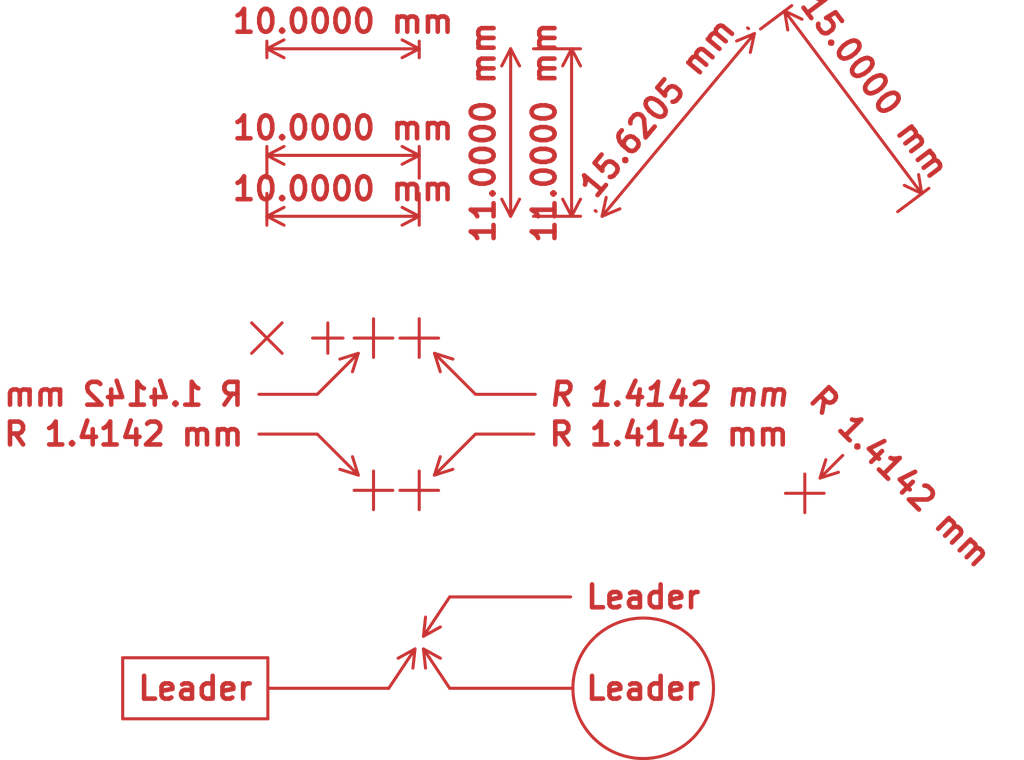
<source format=kicad_pcb>
(kicad_pcb (version 20221018) (generator pcbnew)

  (general
    (thickness 1.6)
  )

  (paper "A4")
  (layers
    (0 "F.Cu" signal)
    (31 "B.Cu" signal)
    (32 "B.Adhes" user "B.Adhesive")
    (33 "F.Adhes" user "F.Adhesive")
    (34 "B.Paste" user)
    (35 "F.Paste" user)
    (36 "B.SilkS" user "B.Silkscreen")
    (37 "F.SilkS" user "F.Silkscreen")
    (38 "B.Mask" user)
    (39 "F.Mask" user)
    (40 "Dwgs.User" user "User.Drawings")
    (41 "Cmts.User" user "User.Comments")
    (42 "Eco1.User" user "User.Eco1")
    (43 "Eco2.User" user "User.Eco2")
    (44 "Edge.Cuts" user)
    (45 "Margin" user)
    (46 "B.CrtYd" user "B.Courtyard")
    (47 "F.CrtYd" user "F.Courtyard")
    (48 "B.Fab" user)
    (49 "F.Fab" user)
    (50 "User.1" user)
    (51 "User.2" user)
    (52 "User.3" user)
    (53 "User.4" user)
    (54 "User.5" user)
    (55 "User.6" user)
    (56 "User.7" user)
    (57 "User.8" user)
    (58 "User.9" user)
  )

  (setup
    (pad_to_mask_clearance 0)
    (grid_origin -50.8 -25.4)
    (pcbplotparams
      (layerselection 0x00010fc_ffffffff)
      (plot_on_all_layers_selection 0x0000000_00000000)
      (disableapertmacros false)
      (usegerberextensions false)
      (usegerberattributes true)
      (usegerberadvancedattributes true)
      (creategerberjobfile true)
      (dashed_line_dash_ratio 12.000000)
      (dashed_line_gap_ratio 3.000000)
      (svgprecision 4)
      (plotframeref false)
      (viasonmask false)
      (mode 1)
      (useauxorigin false)
      (hpglpennumber 1)
      (hpglpenspeed 20)
      (hpglpendiameter 15.000000)
      (dxfpolygonmode true)
      (dxfimperialunits true)
      (dxfusepcbnewfont true)
      (psnegative false)
      (psa4output false)
      (plotreference true)
      (plotvalue true)
      (plotinvisibletext false)
      (sketchpadsonfab false)
      (subtractmaskfromsilk false)
      (outputformat 1)
      (mirror false)
      (drillshape 1)
      (scaleselection 1)
      (outputdirectory "")
    )
  )

  (net 0 "")

  (dimension (type aligned) (layer "F.Cu") (tstamp c156dbd6-d7e2-47d1-9ff9-7f79d79231ad)
    (pts (xy -18.8 -25.4) (xy -9.8 -13.4))
    (height -2.476476)
    (gr_text "15.0000 mm" (at -10.878819 -21.965886 306.8698976) (layer "F.Cu") (tstamp c156dbd6-d7e2-47d1-9ff9-7f79d79231ad)
      (effects (font (size 1.5 1.5) (thickness 0.3)))
    )
    (format (prefix "") (suffix "") (units 3) (units_format 1) (precision 4))
    (style (thickness 0.2) (arrow_length 1.27) (text_position_mode 0) (extension_height 0.58642) (extension_offset 0.5) keep_text_aligned)
  )
  (dimension (type aligned) (layer "F.Cu") (tstamp d3c5d129-d223-43a9-bff6-2e5a70dc933d)
    (pts (xy -28.8 -13.4) (xy -18.8 -25.4))
    (height 0)
    (gr_text "15.6205 mm" (at -25.182798 -20.552332 50.19442891) (layer "F.Cu") (tstamp d3c5d129-d223-43a9-bff6-2e5a70dc933d)
      (effects (font (size 1.5 1.5) (thickness 0.3)))
    )
    (format (prefix "") (suffix "") (units 3) (units_format 1) (precision 4))
    (style (thickness 0.2) (arrow_length 1.27) (text_position_mode 0) (extension_height 0.58642) (extension_offset 0.5) keep_text_aligned)
  )
  (dimension (type leader) (layer "F.Cu") (tstamp 2b1045c3-62c5-4391-b8dc-62baf3e8e8d4)
    (pts (xy -40.8 14.6) (xy -42.8 17.6))
    (gr_text "Leader" (at -55.5 17.6) (layer "F.Cu") (tstamp 2b1045c3-62c5-4391-b8dc-62baf3e8e8d4)
      (effects (font (size 1.5 1.5) (thickness 0.3)))
    )
    (format (prefix "") (suffix "") (units 0) (units_format 0) (precision 4) (override_value "Leader"))
    (style (thickness 0.2) (arrow_length 1.27) (text_position_mode 0) (text_frame 1) (extension_offset 0.5))
  )
  (dimension (type leader) (layer "F.Cu") (tstamp 3ad52ecb-6b9e-4e29-a284-6566a3a772eb)
    (pts (xy -40.8 14.6) (xy -38.8 11.6))
    (gr_text "Leader" (at -26.1 11.6) (layer "F.Cu") (tstamp 3ad52ecb-6b9e-4e29-a284-6566a3a772eb)
      (effects (font (size 1.5 1.5) (thickness 0.3)))
    )
    (format (prefix "") (suffix "") (units 0) (units_format 0) (precision 4) (override_value "Leader"))
    (style (thickness 0.2) (arrow_length 1.27) (text_position_mode 0) (text_frame 0) (extension_offset 0.5))
  )
  (dimension (type leader) (layer "F.Cu") (tstamp 5fb28d6a-3f16-4471-a867-db3cb8a69060)
    (pts (xy -40.8 14.6) (xy -38.8 17.6))
    (gr_text "Leader" (at -26.1 17.6) (layer "F.Cu") (tstamp 5fb28d6a-3f16-4471-a867-db3cb8a69060)
      (effects (font (size 1.5 1.5) (thickness 0.3)))
    )
    (format (prefix "") (suffix "") (units 0) (units_format 0) (precision 4) (override_value "Leader"))
    (style (thickness 0.2) (arrow_length 1.27) (text_position_mode 0) (text_frame 2) (extension_offset 0.5))
  )
  (dimension (type center) (layer "F.Cu") (tstamp 60b574e0-21c0-49fe-8023-c69bc6a01e65)
    (pts (xy -50.8 -5.4) (xy -49.8 -4.4))
    (style (thickness 0.2) (arrow_length 1.27) (text_position_mode 0) (extension_offset 0.5) keep_text_aligned)
  )
  (dimension (type center) (layer "F.Cu") (tstamp f8b20edf-172a-485e-86c7-6b0b2f934cae)
    (pts (xy -46.8 -5.4) (xy -45.8 -5.4))
    (style (thickness 0.2) (arrow_length 1.27) (text_position_mode 0) (extension_offset 0.5) keep_text_aligned)
  )
  (dimension (type radial) (layer "F.Cu") (tstamp 18c67535-202a-4a23-a1c4-92acc7a14565)
    (pts (xy -40.8 -5.4) (xy -39.8 -4.4))
    (leader_length 3.81)
    (gr_text "R 1.4142 mm" (at -24.405923 -1.705923) (layer "F.Cu") (tstamp 18c67535-202a-4a23-a1c4-92acc7a14565)
      (effects (font (size 1.5 1.5) (thickness 0.3) bold italic))
    )
    (format (prefix "R ") (suffix "") (units 3) (units_format 1) (precision 4))
    (style (thickness 0.2) (arrow_length 1.27) (text_position_mode 0) (extension_offset 0.5) keep_text_aligned)
  )
  (dimension (type radial) (layer "F.Cu") (tstamp 2e80db8a-42f9-4f19-ad7e-2c460aecd169)
    (pts (xy -15.494077 4.794077) (xy -14.494077 3.794077))
    (leader_length 3.81)
    (gr_text "R 1.4142 mm" (at -9.213445 3.686555 315) (layer "F.Cu") (tstamp 2e80db8a-42f9-4f19-ad7e-2c460aecd169)
      (effects (font (size 1.5 1.5) (thickness 0.3) bold))
    )
    (format (prefix "R ") (suffix "") (units 3) (units_format 1) (precision 4))
    (style (thickness 0.2) (arrow_length 1.27) (text_position_mode 0) (extension_offset 0.5) keep_text_aligned)
  )
  (dimension (type radial) (layer "F.Cu") (tstamp 3129e781-896a-4671-a2af-a4d30827e91b)
    (pts (xy -43.8 -5.4) (xy -44.8 -4.4))
    (leader_length 3.81)
    (gr_text "R 1.4142 mm" (at -60.194077 -1.705923) (layer "F.Cu") (tstamp 3129e781-896a-4671-a2af-a4d30827e91b)
      (effects (font (size 1.5 1.5) (thickness 0.3)) (justify mirror))
    )
    (format (prefix "R ") (suffix "") (units 3) (units_format 1) (precision 4))
    (style (thickness 0.2) (arrow_length 1.27) (text_position_mode 0) (extension_offset 0.5) keep_text_aligned)
  )
  (dimension (type radial) (layer "F.Cu") (tstamp 5feac3a5-4c33-4c82-89b8-0155089bb623)
    (pts (xy -40.8 4.6) (xy -39.8 3.6))
    (leader_length 3.81)
    (gr_text "R 1.4142 mm" (at -24.405923 0.905923) (layer "F.Cu") (tstamp 5feac3a5-4c33-4c82-89b8-0155089bb623)
      (effects (font (size 1.5 1.5) (thickness 0.3) bold))
    )
    (format (prefix "R ") (suffix "") (units 3) (units_format 1) (precision 4))
    (style (thickness 0.2) (arrow_length 1.27) (text_position_mode 0) (extension_offset 0.5) keep_text_aligned)
  )
  (dimension (type radial) (layer "F.Cu") (tstamp 86aa9fdc-3ecf-4bfc-958f-8ed6bbf45510)
    (pts (xy -43.8 4.6) (xy -44.8 3.6))
    (leader_length 3.81)
    (gr_text "R 1.4142 mm" (at -60.194077 0.905923) (layer "F.Cu") (tstamp 86aa9fdc-3ecf-4bfc-958f-8ed6bbf45510)
      (effects (font (size 1.5 1.5) (thickness 0.3)))
    )
    (format (prefix "R ") (suffix "") (units 3) (units_format 1) (precision 4))
    (style (thickness 0.2) (arrow_length 1.27) (text_position_mode 0) (extension_offset 0.5) keep_text_aligned)
  )
  (dimension (type orthogonal) (layer "F.Cu") (tstamp 21ea0529-7677-447c-b8a2-68c5974511d4)
    (pts (xy -50.8 -25.4) (xy -40.8 -25.4))
    (height 1)
    (orientation 0)
    (gr_text "10.0000 mm" (at -45.8 -26.2) (layer "F.Cu") (tstamp 21ea0529-7677-447c-b8a2-68c5974511d4)
      (effects (font (size 1.5 1.5) (thickness 0.3)))
    )
    (format (prefix "") (suffix "") (units 3) (units_format 1) (precision 4))
    (style (thickness 0.2) (arrow_length 1.27) (text_position_mode 2) (extension_height 0.58642) (extension_offset 0.5) keep_text_aligned)
  )
  (dimension (type orthogonal) (layer "F.Cu") (tstamp 8bafa3b2-1c66-437f-93b9-be8092915934)
    (pts (xy -50.8 -15.4) (xy -40.8 -15.4))
    (height 2)
    (orientation 0)
    (gr_text "10.0000 mm" (at -45.8 -15.2) (layer "F.Cu") (tstamp 8bafa3b2-1c66-437f-93b9-be8092915934)
      (effects (font (size 1.5 1.5) (thickness 0.3)))
    )
    (format (prefix "") (suffix "") (units 3) (units_format 1) (precision 4))
    (style (thickness 0.2) (arrow_length 1.27) (text_position_mode 0) (extension_height 0.58642) (extension_offset 0.5) keep_text_aligned)
  )
  (dimension (type orthogonal) (layer "F.Cu") (tstamp abf02853-39d5-45e6-997b-3daa3e7bedcb)
    (pts (xy -34.8 -24.4) (xy -34.8 -13.4))
    (height 0)
    (orientation 1)
    (gr_text "11.0000 mm" (at -36.6 -18.9 90) (layer "F.Cu") (tstamp abf02853-39d5-45e6-997b-3daa3e7bedcb)
      (effects (font (size 1.5 1.5) (thickness 0.3)))
    )
    (format (prefix "") (suffix "") (units 3) (units_format 1) (precision 4))
    (style (thickness 0.2) (arrow_length 1.27) (text_position_mode 0) (extension_height 0.58642) (extension_offset 0.5) keep_text_aligned)
  )
  (dimension (type orthogonal) (layer "F.Cu") (tstamp b9bea27c-76e2-4c07-81ae-77b7d166d95e)
    (pts (xy -50.8 -15.4) (xy -40.8 -15.4))
    (height -2)
    (orientation 0)
    (gr_text "10.0000 mm" (at -45.8 -19.2) (layer "F.Cu") (tstamp b9bea27c-76e2-4c07-81ae-77b7d166d95e)
      (effects (font (size 1.5 1.5) (thickness 0.3)))
    )
    (format (prefix "") (suffix "") (units 3) (units_format 1) (precision 4))
    (style (thickness 0.2) (arrow_length 1.27) (text_position_mode 0) (extension_height 0.58642) (extension_offset 0.5) keep_text_aligned)
  )
  (dimension (type orthogonal) (layer "F.Cu") (tstamp fcfe795b-73f9-4bce-aa88-3c57885eb80f)
    (pts (xy -33.8 -24.4) (xy -33.8 -13.4))
    (height 3)
    (orientation 1)
    (gr_text "11.0000 mm" (at -32.6 -18.9 90) (layer "F.Cu") (tstamp fcfe795b-73f9-4bce-aa88-3c57885eb80f)
      (effects (font (size 1.5 1.5) (thickness 0.3)))
    )
    (format (prefix "") (suffix "") (units 3) (units_format 1) (precision 4))
    (style (thickness 0.2) (arrow_length 1.27) (text_position_mode 0) (extension_height 0.58642) (extension_offset 0.5) keep_text_aligned)
  )

)

</source>
